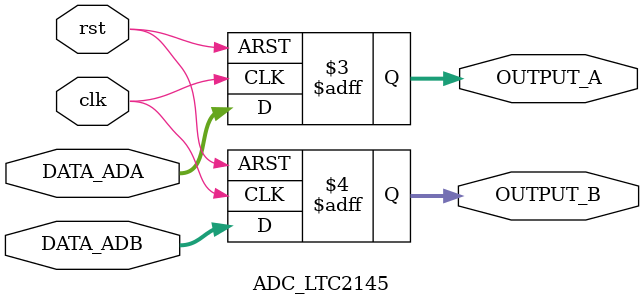
<source format=v>
`timescale 1ns / 1ps


module ADC_LTC2145(
    clk,rst,DATA_ADA,DATA_ADB,OUTPUT_A,OUTPUT_B
    );
    //½Ó¿Ú
    input                   clk;
    input                   rst;
    input   [13:0]          DATA_ADA;
    input   [13:0]          DATA_ADB;
    output   reg    [13:0]  OUTPUT_A;
    output   reg    [13:0]  OUTPUT_B;
    
    
    always@(posedge clk or negedge rst)
        if(!rst)
            begin
                OUTPUT_A<='d0;
                OUTPUT_B<='d0;
            end
        else
            begin
                OUTPUT_A<=DATA_ADA;
                OUTPUT_B<=DATA_ADB;
            end



















endmodule

</source>
